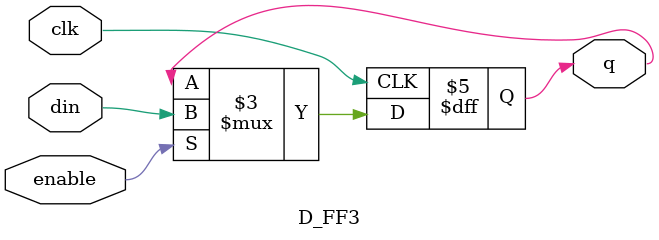
<source format=v>
module D_FF3(q, din, clk, enable);
output q;
input din, clk, enable;
reg q = 1'b0; /* variable type declaration plus initial value setting */
/* asynchronous and active high reset, positive clock edge triggering*/
always @(negedge clk)
 if (enable)
	q <= din;
endmodule 

</source>
